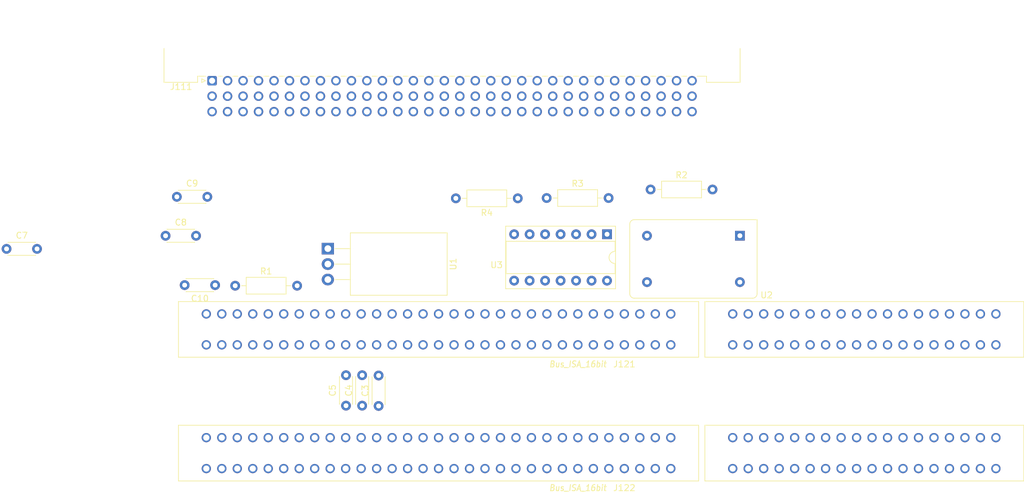
<source format=kicad_pcb>
(kicad_pcb (version 20211014) (generator pcbnew)
  (layers (0 "F.Cu" signal) (31 "B.Cu" signal) (34 "B.Paste" user) (35 "F.Paste" user) (36 "B.SilkS" user "B.Silkscreen") (37 "F.SilkS" user "F.Silkscreen") (38 "B.Mask" user) (39 "F.Mask" user) (44 "Edge.Cuts" user))
  (net 0 "")
  (net 1 "GND")
  (net 2 "/RESET")
  (net 3 "+5V")
  (net 4 "/IRQ2")
  (net 5 "-5V")
  (net 6 "/DRQ2")
  (net 7 "-12V")
  (net 8 "+12V")
  (net 9 "/~{SMEMW}")
  (net 10 "/~{SMEMR}")
  (net 11 "/~{IOW}")
  (net 12 "/~{IOR}")
  (net 13 "/~{DACK3}")
  (net 14 "/DRQ3")
  (net 15 "/~{DACK1}")
  (net 16 "/DRQ1")
  (net 17 "/~{REFRESH}")
  (net 18 "/CLK")
  (net 19 "/IRQ7")
  (net 20 "/IRQ6")
  (net 21 "/IRQ5")
  (net 22 "/IRQ4")
  (net 23 "/IRQ3")
  (net 24 "/~{DACK2}")
  (net 25 "/TC")
  (net 26 "/ALE")
  (net 27 "/OSC")
  (net 28 "/IO")
  (net 29 "/DB7")
  (net 30 "/DB6")
  (net 31 "/DB5")
  (net 32 "/DB4")
  (net 33 "/DB3")
  (net 34 "/DB2")
  (net 35 "/DB1")
  (net 36 "/DB0")
  (net 37 "/IO_READY")
  (net 38 "/AEN")
  (net 39 "/BA19")
  (net 40 "/BA18")
  (net 41 "/BA17")
  (net 42 "/BA16")
  (net 43 "/BA15")
  (net 44 "/BA14")
  (net 45 "/BA13")
  (net 46 "/BA12")
  (net 47 "/BA11")
  (net 48 "/BA10")
  (net 49 "/BA09")
  (net 50 "/BA08")
  (net 51 "/BA07")
  (net 52 "/BA06")
  (net 53 "/BA05")
  (net 54 "/BA04")
  (net 55 "/BA03")
  (net 56 "/BA02")
  (net 57 "/BA01")
  (net 58 "/BA00")
  (net 59 "/~{MEMCS16}")
  (net 60 "/~{IOCS16}")
  (net 61 "/IRQ10")
  (net 62 "/IRQ11")
  (net 63 "/IRQ12")
  (net 64 "/IRQ15")
  (net 65 "/IRQ14")
  (net 66 "/~{DACK0}")
  (net 67 "/DRQ0")
  (net 68 "/~{DACK5}")
  (net 69 "/DRQ5")
  (net 70 "/~{DACK6}")
  (net 71 "/DRQ6")
  (net 72 "/~{DACK7}")
  (net 73 "/DRQ7")
  (net 74 "/MASTER")
  (net 75 "/SBHE")
  (net 76 "/LA23")
  (net 77 "/LA22")
  (net 78 "/LA21")
  (net 79 "/LA20")
  (net 80 "/LA19")
  (net 81 "/LA18")
  (net 82 "/LA17")
  (net 83 "/~{MEMR}")
  (net 84 "/~{MEMW}")
  (net 85 "/D8")
  (net 86 "/D9")
  (net 87 "/D10")
  (net 88 "/D11")
  (net 89 "/D12")
  (net 90 "/D13")
  (net 91 "/D14")
  (net 92 "/D15")
  (net 93 "/~{FIRSTMB}")
  (net 94 "Net-(R2-Pad1)")
  (net 95 "/SYSCLK")
  (net 96 "Net-(U2-Pad8)")
  (net 97 "Net-(R4-Pad1)")
  (net 98 "Net-(R3-Pad2)")
  (net 99 "/OWS_N")
  (net 100 "/5v_unfused")
  (net 101 "Net-(C3-Pad1)")
  (net 102 "Net-(C2-Pad2)")
  (footprint "Package_TO_SOT_THT:TO-220-3_Horizontal_TabDown" (layer "F.Cu") (at 77.72 75.16 -90)
    (fp_text reference "U1" (at 2.54 -20.58 90) (layer "F.SilkS"))
    (fp_text value "L7905")
    (pad "" np_thru_hole oval locked (at 2.54 -16.66 270) (size 3.5 3.5) (drill 3.5) (layers *.Cu *.Mask))
    (pad "1" thru_hole rect locked (at 0 0 270) (size 1.905 2) (drill 1.1) (layers *.Cu *.Mask) (net 1 "GND"))
    (pad "2" thru_hole oval locked (at 2.54 0 270) (size 1.905 2) (drill 1.1) (layers *.Cu *.Mask) (net 7 "-12V"))
    (pad "3" thru_hole oval locked (at 5.08 0 270) (size 1.905 2) (drill 1.1) (layers *.Cu *.Mask) (net 102 "Net-(C2-Pad2)"))
  )
  (footprint "Skiselev:Conn_Edge_ISA16" (layer "F.Cu") (at 122.553 108.743 180)
    (fp_text reference "J122" (at -3.81 -5.715) (layer "F.SilkS"))
    (fp_text value "Bus_ISA_16bit" (at 3.81 -5.715) (layer "F.SilkS") (effects (font (size 1 0.9) (thickness 0.15) italic)))
    (pad "1" thru_hole circle locked (at 64.77 -2.54) (size 1.524 1.524) (drill 1.016) (layers *.Cu *.Mask) (net 1 "GND"))
    (pad "2" thru_hole circle locked (at 62.23 -2.54) (size 1.524 1.524) (drill 1.016) (layers *.Cu *.Mask) (net 2 "/RESET"))
    (pad "3" thru_hole circle locked (at 59.69 -2.54) (size 1.524 1.524) (drill 1.016) (layers *.Cu *.Mask) (net 3 "+5V"))
    (pad "4" thru_hole circle locked (at 57.15 -2.54) (size 1.524 1.524) (drill 1.016) (layers *.Cu *.Mask) (net 4 "/IRQ2"))
    (pad "5" thru_hole circle locked (at 54.61 -2.54) (size 1.524 1.524) (drill 1.016) (layers *.Cu *.Mask) (net 5 "-5V"))
    (pad "6" thru_hole circle locked (at 52.07 -2.54) (size 1.524 1.524) (drill 1.016) (layers *.Cu *.Mask) (net 6 "/DRQ2"))
    (pad "7" thru_hole circle locked (at 49.53 -2.54) (size 1.524 1.524) (drill 1.016) (layers *.Cu *.Mask) (net 7 "-12V"))
    (pad "8" thru_hole circle locked (at 46.99 -2.54) (size 1.524 1.524) (drill 1.016) (layers *.Cu *.Mask) (net 99 "/OWS_N"))
    (pad "9" thru_hole circle locked (at 44.45 -2.54) (size 1.524 1.524) (drill 1.016) (layers *.Cu *.Mask) (net 8 "+12V"))
    (pad "10" thru_hole circle locked (at 41.91 -2.54) (size 1.524 1.524) (drill 1.016) (layers *.Cu *.Mask) (net 1 "GND"))
    (pad "11" thru_hole circle locked (at 39.37 -2.54) (size 1.524 1.524) (drill 1.016) (layers *.Cu *.Mask) (net 9 "/~{SMEMW}"))
    (pad "12" thru_hole circle locked (at 36.83 -2.54) (size 1.524 1.524) (drill 1.016) (layers *.Cu *.Mask) (net 10 "/~{SMEMR}"))
    (pad "13" thru_hole circle locked (at 34.29 -2.54) (size 1.524 1.524) (drill 1.016) (layers *.Cu *.Mask) (net 11 "/~{IOW}"))
    (pad "14" thru_hole circle locked (at 31.75 -2.54) (size 1.524 1.524) (drill 1.016) (layers *.Cu *.Mask) (net 12 "/~{IOR}"))
    (pad "15" thru_hole circle locked (at 29.21 -2.54) (size 1.524 1.524) (drill 1.016) (layers *.Cu *.Mask) (net 13 "/~{DACK3}"))
    (pad "16" thru_hole circle locked (at 26.67 -2.54) (size 1.524 1.524) (drill 1.016) (layers *.Cu *.Mask) (net 14 "/DRQ3"))
    (pad "17" thru_hole circle locked (at 24.13 -2.54) (size 1.524 1.524) (drill 1.016) (layers *.Cu *.Mask) (net 15 "/~{DACK1}"))
    (pad "18" thru_hole circle locked (at 21.59 -2.54) (size 1.524 1.524) (drill 1.016) (layers *.Cu *.Mask) (net 16 "/DRQ1"))
    (pad "19" thru_hole circle locked (at 19.05 -2.54) (size 1.524 1.524) (drill 1.016) (layers *.Cu *.Mask) (net 17 "/~{REFRESH}"))
    (pad "20" thru_hole circle locked (at 16.51 -2.54) (size 1.524 1.524) (drill 1.016) (layers *.Cu *.Mask) (net 18 "/CLK"))
    (pad "21" thru_hole circle locked (at 13.97 -2.54) (size 1.524 1.524) (drill 1.016) (layers *.Cu *.Mask) (net 19 "/IRQ7"))
    (pad "22" thru_hole circle locked (at 11.43 -2.54) (size 1.524 1.524) (drill 1.016) (layers *.Cu *.Mask) (net 20 "/IRQ6"))
    (pad "23" thru_hole circle locked (at 8.89 -2.54) (size 1.524 1.524) (drill 1.016) (layers *.Cu *.Mask) (net 21 "/IRQ5"))
    (pad "24" thru_hole circle locked (at 6.35 -2.54) (size 1.524 1.524) (drill 1.016) (layers *.Cu *.Mask) (net 22 "/IRQ4"))
    (pad "25" thru_hole circle locked (at 3.81 -2.54) (size 1.524 1.524) (drill 1.016) (layers *.Cu *.Mask) (net 23 "/IRQ3"))
    (pad "26" thru_hole circle locked (at 1.27 -2.54) (size 1.524 1.524) (drill 1.016) (layers *.Cu *.Mask) (net 24 "/~{DACK2}"))
    (pad "27" thru_hole circle locked (at -1.27 -2.54) (size 1.524 1.524) (drill 1.016) (layers *.Cu *.Mask) (net 25 "/TC"))
    (pad "28" thru_hole circle locked (at -3.81 -2.54) (size 1.524 1.524) (drill 1.016) (layers *.Cu *.Mask) (net 26 "/ALE"))
    (pad "29" thru_hole circle locked (at -6.35 -2.54) (size 1.524 1.524) (drill 1.016) (layers *.Cu *.Mask) (net 3 "+5V"))
    (pad "30" thru_hole circle locked (at -8.89 -2.54) (size 1.524 1.524) (drill 1.016) (layers *.Cu *.Mask) (net 27 "/OSC"))
    (pad "31" thru_hole circle locked (at -11.43 -2.54) (size 1.524 1.524) (drill 1.016) (layers *.Cu *.Mask) (net 1 "GND"))
    (pad "32" thru_hole circle locked (at 64.77 2.54) (size 1.524 1.524) (drill 1.016) (layers *.Cu *.Mask) (net 28 "/IO"))
    (pad "33" thru_hole circle locked (at 62.23 2.54) (size 1.524 1.524) (drill 1.016) (layers *.Cu *.Mask) (net 29 "/DB7"))
    (pad "34" thru_hole circle locked (at 59.69 2.54) (size 1.524 1.524) (drill 1.016) (layers *.Cu *.Mask) (net 30 "/DB6"))
    (pad "35" thru_hole circle locked (at 57.15 2.54) (size 1.524 1.524) (drill 1.016) (layers *.Cu *.Mask) (net 31 "/DB5"))
    (pad "36" thru_hole circle locked (at 54.61 2.54) (size 1.524 1.524) (drill 1.016) (layers *.Cu *.Mask) (net 32 "/DB4"))
    (pad "37" thru_hole circle locked (at 52.07 2.54) (size 1.524 1.524) (drill 1.016) (layers *.Cu *.Mask) (net 33 "/DB3"))
    (pad "38" thru_hole circle locked (at 49.53 2.54) (size 1.524 1.524) (drill 1.016) (layers *.Cu *.Mask) (net 34 "/DB2"))
    (pad "39" thru_hole circle locked (at 46.99 2.54) (size 1.524 1.524) (drill 1.016) (layers *.Cu *.Mask) (net 35 "/DB1"))
    (pad "40" thru_hole circle locked (at 44.45 2.54) (size 1.524 1.524) (drill 1.016) (layers *.Cu *.Mask) (net 36 "/DB0"))
    (pad "41" thru_hole circle locked (at 41.91 2.54) (size 1.524 1.524) (drill 1.016) (layers *.Cu *.Mask) (net 37 "/IO_READY"))
    (pad "42" thru_hole circle locked (at 39.37 2.54) (size 1.524 1.524) (drill 1.016) (layers *.Cu *.Mask) (net 38 "/AEN"))
    (pad "43" thru_hole circle locked (at 36.83 2.54) (size 1.524 1.524) (drill 1.016) (layers *.Cu *.Mask) (net 39 "/BA19"))
    (pad "44" thru_hole circle locked (at 34.29 2.54) (size 1.524 1.524) (drill 1.016) (layers *.Cu *.Mask) (net 40 "/BA18"))
    (pad "45" thru_hole circle locked (at 31.75 2.54) (size 1.524 1.524) (drill 1.016) (layers *.Cu *.Mask) (net 41 "/BA17"))
    (pad "46" thru_hole circle locked (at 29.21 2.54) (size 1.524 1.524) (drill 1.016) (layers *.Cu *.Mask) (net 42 "/BA16"))
    (pad "47" thru_hole circle locked (at 26.67 2.54) (size 1.524 1.524) (drill 1.016) (layers *.Cu *.Mask) (net 43 "/BA15"))
    (pad "48" thru_hole circle locked (at 24.13 2.54) (size 1.524 1.524) (drill 1.016) (layers *.Cu *.Mask) (net 44 "/BA14"))
    (pad "49" thru_hole circle locked (at 21.59 2.54) (size 1.524 1.524) (drill 1.016) (layers *.Cu *.Mask) (net 45 "/BA13"))
    (pad "50" thru_hole circle locked (at 19.05 2.54) (size 1.524 1.524) (drill 1.016) (layers *.Cu *.Mask) (net 46 "/BA12"))
    (pad "51" thru_hole circle locked (at 16.51 2.54) (size 1.524 1.524) (drill 1.016) (layers *.Cu *.Mask) (net 47 "/BA11"))
    (pad "52" thru_hole circle locked (at 13.97 2.54) (size 1.524 1.524) (drill 1.016) (layers *.Cu *.Mask) (net 48 "/BA10"))
    (pad "53" thru_hole circle locked (at 11.43 2.54) (size 1.524 1.524) (drill 1.016) (layers *.Cu *.Mask) (net 49 "/BA09"))
    (pad "54" thru_hole circle locked (at 8.89 2.54) (size 1.524 1.524) (drill 1.016) (layers *.Cu *.Mask) (net 50 "/BA08"))
    (pad "55" thru_hole circle locked (at 6.35 2.54) (size 1.524 1.524) (drill 1.016) (layers *.Cu *.Mask) (net 51 "/BA07"))
    (pad "56" thru_hole circle locked (at 3.81 2.54) (size 1.524 1.524) (drill 1.016) (layers *.Cu *.Mask) (net 52 "/BA06"))
    (pad "57" thru_hole circle locked (at 1.27 2.54) (size 1.524 1.524) (drill 1.016) (layers *.Cu *.Mask) (net 53 "/BA05"))
    (pad "58" thru_hole circle locked (at -1.27 2.54) (size 1.524 1.524) (drill 1.016) (layers *.Cu *.Mask) (net 54 "/BA04"))
    (pad "59" thru_hole circle locked (at -3.81 2.54) (size 1.524 1.524) (drill 1.016) (layers *.Cu *.Mask) (net 55 "/BA03"))
    (pad "60" thru_hole circle locked (at -6.35 2.54) (size 1.524 1.524) (drill 1.016) (layers *.Cu *.Mask) (net 56 "/BA02"))
    (pad "61" thru_hole circle locked (at -8.89 2.54) (size 1.524 1.524) (drill 1.016) (layers *.Cu *.Mask) (net 57 "/BA01"))
    (pad "62" thru_hole circle locked (at -11.43 2.54) (size 1.524 1.524) (drill 1.016) (layers *.Cu *.Mask) (net 58 "/BA00"))
    (pad "63" thru_hole circle locked (at -21.59 -2.54) (size 1.524 1.524) (drill 1.016) (layers *.Cu *.Mask) (net 59 "/~{MEMCS16}"))
    (pad "64" thru_hole circle locked (at -24.13 -2.54) (size 1.524 1.524) (drill 1.016) (layers *.Cu *.Mask) (net 60 "/~{IOCS16}"))
    (pad "65" thru_hole circle locked (at -26.67 -2.54) (size 1.524 1.524) (drill 1.016) (layers *.Cu *.Mask) (net 61 "/IRQ10"))
    (pad "66" thru_hole circle locked (at -29.21 -2.54) (size 1.524 1.524) (drill 1.016) (layers *.Cu *.Mask) (net 62 "/IRQ11"))
    (pad "67" thru_hole circle locked (at -31.75 -2.54) (size 1.524 1.524) (drill 1.016) (layers *.Cu *.Mask) (net 63 "/IRQ12"))
    (pad "68" thru_hole circle locked (at -34.29 -2.54) (size 1.524 1.524) (drill 1.016) (layers *.Cu *.Mask) (net 64 "/IRQ15"))
    (pad "69" thru_hole circle locked (at -36.83 -2.54) (size 1.524 1.524) (drill 1.016) (layers *.Cu *.Mask) (net 65 "/IRQ14"))
    (pad "70" thru_hole circle locked (at -39.37 -2.54) (size 1.524 1.524) (drill 1.016) (layers *.Cu *.Mask) (net 66 "/~{DACK0}"))
    (pad "71" thru_hole circle locked (at -41.91 -2.54) (size 1.524 1.524) (drill 1.016) (layers *.Cu *.Mask) (net 67 "/DRQ0"))
    (pad "72" thru_hole circle locked (at -44.45 -2.54) (size 1.524 1.524) (drill 1.016) (layers *.Cu *.Mask) (net 68 "/~{DACK5}"))
    (pad "73" thru_hole circle locked (at -46.99 -2.54) (size 1.524 1.524) (drill 1.016) (layers *.Cu *.Mask) (net 69 "/DRQ5"))
    (pad "74" thru_hole circle locked (at -49.53 -2.54) (size 1.524 1.524) (drill 1.016) (layers *.Cu *.Mask) (net 70 "/~{DACK6}"))
    (pad "75" thru_hole circle locked (at -52.07 -2.54) (size 1.524 1.524) (drill 1.016) (layers *.Cu *.Mask) (net 71 "/DRQ6"))
    (pad "76" thru_hole circle locked (at -54.61 -2.54) (size 1.524 1.524) (drill 1.016) (layers *.Cu *.Mask) (net 72 "/~{DACK7}"))
    (pad "77" thru_hole circle locked (at -57.15 -2.54) (size 1.524 1.524) (drill 1.016) (layers *.Cu *.Mask) (net 73 "/DRQ7"))
    (pad "78" thru_hole circle locked (at -59.69 -2.54) (size 1.524 1.524) (drill 1.016) (layers *.Cu *.Mask) (net 3 "+5V"))
    (pad "79" thru_hole circle locked (at -62.23 -2.54) (size 1.524 1.524) (drill 1.016) (layers *.Cu *.Mask) (net 74 "/MASTER"))
    (pad "80" thru_hole circle locked (at -64.77 -2.54) (size 1.524 1.524) (drill 1.016) (layers *.Cu *.Mask) (net 1 "GND"))
    (pad "81" thru_hole circle locked (at -21.59 2.54) (size 1.524 1.524) (drill 1.016) (layers *.Cu *.Mask) (net 75 "/SBHE"))
    (pad "82" thru_hole circle locked (at -24.13 2.54) (size 1.524 1.524) (drill 1.016) (layers *.Cu *.Mask) (net 76 "/LA23"))
    (pad "83" thru_hole circle locked (at -26.67 2.54) (size 1.524 1.524) (drill 1.016) (layers *.Cu *.Mask) (net 77 "/LA22"))
    (pad "84" thru_hole circle locked (at -29.21 2.54) (size 1.524 1.524) (drill 1.016) (layers *.Cu *.Mask) (net 78 "/LA21"))
    (pad "85" thru_hole circle locked (at -31.75 2.54) (size 1.524 1.524) (drill 1.016) (layers *.Cu *.Mask) (net 79 "/LA20"))
    (pad "86" thru_hole circle locked (at -34.29 2.54) (size 1.524 1.524) (drill 1.016) (layers *.Cu *.Mask) (net 80 "/LA19"))
    (pad "87" thru_hole circle locked (at -36.83 2.54) (size 1.524 1.524) (drill 1.016) (layers *.Cu *.Mask) (net 81 "/LA18"))
    (pad "88" thru_hole circle locked (at -39.37 2.54) (size 1.524 1.524) (drill 1.016) (layers *.Cu *.Mask) (net 82 "/LA17"))
    (pad "89" thru_hole circle locked (at -41.91 2.54) (size 1.524 1.524) (drill 1.016) (layers *.Cu *.Mask) (net 83 "/~{MEMR}"))
    (pad "90" thru_hole circle locked (at -44.45 2.54) (size 1.524 1.524) (drill 1.016) (layers *.Cu *.Mask) (net 84 "/~{MEMW}"))
    (pad "91" thru_hole circle locked (at -46.99 2.54) (size 1.524 1.524) (drill 1.016) (layers *.Cu *.Mask) (net 85 "/D8"))
    (pad "92" thru_hole circle locked (at -49.53 2.54) (size 1.524 1.524) (drill 1.016) (layers *.Cu *.Mask) (net 86 "/D9"))
    (pad "93" thru_hole circle locked (at -52.07 2.54) (size 1.524 1.524) (drill 1.016) (layers *.Cu *.Mask) (net 87 "/D10"))
    (pad "94" thru_hole circle locked (at -54.61 2.54) (size 1.524 1.524) (drill 1.016) (layers *.Cu *.Mask) (net 88 "/D11"))
    (pad "95" thru_hole circle locked (at -57.15 2.54) (size 1.524 1.524) (drill 1.016) (layers *.Cu *.Mask) (net 89 "/D12"))
    (pad "96" thru_hole circle locked (at -59.69 2.54) (size 1.524 1.524) (drill 1.016) (layers *.Cu *.Mask) (net 90 "/D13"))
    (pad "97" thru_hole circle locked (at -62.23 2.54) (size 1.524 1.524) (drill 1.016) (layers *.Cu *.Mask) (net 91 "/D14"))
    (pad "98" thru_hole circle locked (at -64.77 2.54) (size 1.524 1.524) (drill 1.016) (layers *.Cu *.Mask) (net 92 "/D15"))
  )
  (footprint "Oscillator:Oscillator_DIP-14" (layer "F.Cu") (at 145.32 73.04 180)
    (fp_text reference "U2" (at -4.38 -9.76) (layer "F.SilkS"))
    (fp_text value "CXO_DIP14")
    (pad "1" thru_hole rect locked (at 0 0 180) (size 1.6 1.6) (drill 0.8) (layers *.Cu *.Mask) (net 3 "+5V"))
    (pad "7" thru_hole circle locked (at 15.24 0 180) (size 1.6 1.6) (drill 0.8) (layers *.Cu *.Mask) (net 1 "GND"))
    (pad "8" thru_hole circle locked (at 15.24 -7.62 180) (size 1.6 1.6) (drill 0.8) (layers *.Cu *.Mask) (net 96 "Net-(U2-Pad8)"))
    (pad "14" thru_hole circle locked (at 0 -7.62 180) (size 1.6 1.6) (drill 0.8) (layers *.Cu *.Mask) (net 3 "+5V"))
  )
  (footprint "Connector_DIN:DIN41612_R_3x32_Male_Horizontal_THT" (layer "F.Cu") (at 58.73 47.585)
    (fp_text reference "J111" (at -5.08 1) (layer "F.SilkS"))
    (fp_text value "DIN41612_96abc")
    (pad "" np_thru_hole circle locked (at 83.82 -2.54) (size 2.85 2.85) (drill 2.85) (layers *.Cu *.Mask))
    (pad "" np_thru_hole circle locked (at -5.08 -2.54) (size 2.85 2.85) (drill 2.85) (layers *.Cu *.Mask))
    (pad "a1" thru_hole roundrect locked (at 0 0) (size 1.55 1.55) (drill 1) (layers *.Cu *.Mask) (roundrect_rratio 0.16129) (net 29 "/DB7"))
    (pad "a2" thru_hole circle locked (at 2.54 0) (size 1.55 1.55) (drill 1) (layers *.Cu *.Mask) (net 100 "/5v_unfused"))
    (pad "a3" thru_hole circle locked (at 5.08 0) (size 1.55 1.55) (drill 1) (layers *.Cu *.Mask) (net 32 "/DB4"))
    (pad "a4" thru_hole circle locked (at 7.62 0) (size 1.55 1.55) (drill 1) (layers *.Cu *.Mask) (net 6 "/DRQ2"))
    (pad "a5" thru_hole circle locked (at 10.16 0) (size 1.55 1.55) (drill 1) (layers *.Cu *.Mask) (net 35 "/DB1"))
    (pad "a6" thru_hole circle locked (at 12.7 0) (size 1.55 1.55) (drill 1) (layers *.Cu *.Mask) (net 8 "+12V"))
    (pad "a7" thru_hole circle locked (at 15.24 0) (size 1.55 1.55) (drill 1) (layers *.Cu *.Mask) (net 38 "/AEN"))
    (pad "a8" thru_hole circle locked (at 17.78 0) (size 1.55 1.55) (drill 1) (layers *.Cu *.Mask) (net 100 "/5v_unfused"))
    (pad "a9" thru_hole circle locked (at 20.32 0) (size 1.55 1.55) (drill 1) (layers *.Cu *.Mask) (net 41 "/BA17"))
    (pad "a10" thru_hole circle locked (at 22.86 0) (size 1.55 1.55) (drill 1) (layers *.Cu *.Mask) (net 13 "/~{DACK3}"))
    (pad "a11" thru_hole circle locked (at 25.4 0) (size 1.55 1.55) (drill 1) (layers *.Cu *.Mask) (net 44 "/BA14"))
    (pad "a12" thru_hole circle locked (at 27.94 0) (size 1.55 1.55) (drill 1) (layers *.Cu *.Mask) (net 16 "/DRQ1"))
    (pad "a13" thru_hole circle locked (at 30.48 0) (size 1.55 1.55) (drill 1) (layers *.Cu *.Mask) (net 47 "/BA11"))
    (pad "a14" thru_hole circle locked (at 33.02 0) (size 1.55 1.55) (drill 1) (layers *.Cu *.Mask) (net 19 "/IRQ7"))
    (pad "a15" thru_hole circle locked (at 35.56 0) (size 1.55 1.55) (drill 1) (layers *.Cu *.Mask) (net 50 "/BA08"))
    (pad "a16" thru_hole circle locked (at 38.1 0) (size 1.55 1.55) (drill 1) (layers *.Cu *.Mask) (net 22 "/IRQ4"))
    (pad "a17" thru_hole circle locked (at 40.64 0) (size 1.55 1.55) (drill 1) (layers *.Cu *.Mask) (net 53 "/BA05"))
    (pad "a18" thru_hole circle locked (at 43.18 0) (size 1.55 1.55) (drill 1) (layers *.Cu *.Mask) (net 25 "/TC"))
    (pad "a19" thru_hole circle locked (at 45.72 0) (size 1.55 1.55) (drill 1) (layers *.Cu *.Mask) (net 56 "/BA02"))
    (pad "a20" thru_hole circle locked (at 48.26 0) (size 1.55 1.55) (drill 1) (layers *.Cu *.Mask) (net 8 "+12V"))
    (pad "a21" thru_hole circle locked (at 50.8 0) (size 1.55 1.55) (drill 1) (layers *.Cu *.Mask) (net 75 "/SBHE"))
    (pad "a22" thru_hole circle locked (at 53.34 0) (size 1.55 1.55) (drill 1) (layers *.Cu *.Mask) (net 60 "/~{IOCS16}"))
    (pad "a23" thru_hole circle locked (at 55.88 0) (size 1.55 1.55) (drill 1) (layers *.Cu *.Mask) (net 78 "/LA21"))
    (pad "a24" thru_hole circle locked (at 58.42 0) (size 1.55 1.55) (drill 1) (layers *.Cu *.Mask) (net 63 "/IRQ12"))
    (pad "a25" thru_hole circle locked (at 60.96 0) (size 1.55 1.55) (drill 1) (layers *.Cu *.Mask) (net 81 "/LA18"))
    (pad "a26" thru_hole circle locked (at 63.5 0) (size 1.55 1.55) (drill 1) (layers *.Cu *.Mask) (net 66 "/~{DACK0}"))
    (pad "a27" thru_hole circle locked (at 66.04 0) (size 1.55 1.55) (drill 1) (layers *.Cu *.Mask) (net 84 "/~{MEMW}"))
    (pad "a28" thru_hole circle locked (at 68.58 0) (size 1.55 1.55) (drill 1) (layers *.Cu *.Mask) (net 69 "/DRQ5"))
    (pad "a29" thru_hole circle locked (at 71.12 0) (size 1.55 1.55) (drill 1) (layers *.Cu *.Mask) (net 87 "/D10"))
    (pad "a30" thru_hole circle locked (at 73.66 0) (size 1.55 1.55) (drill 1) (layers *.Cu *.Mask) (net 72 "/~{DACK7}"))
    (pad "a31" thru_hole circle locked (at 76.2 0) (size 1.55 1.55) (drill 1) (layers *.Cu *.Mask) (net 90 "/D13"))
    (pad "a32" thru_hole circle locked (at 78.74 0) (size 1.55 1.55) (drill 1) (layers *.Cu *.Mask) (net 92 "/D15"))
    (pad "b1" thru_hole circle locked (at 0 2.54) (size 1.55 1.55) (drill 1) (layers *.Cu *.Mask) (net 1 "GND"))
    (pad "b2" thru_hole circle locked (at 2.54 2.54) (size 1.55 1.55) (drill 1) (layers *.Cu *.Mask) (net 30 "/DB6"))
    (pad "b3" thru_hole circle locked (at 5.08 2.54) (size 1.55 1.55) (drill 1) (layers *.Cu *.Mask) (net 4 "/IRQ2"))
    (pad "b4" thru_hole circle locked (at 7.62 2.54) (size 1.55 1.55) (drill 1) (layers *.Cu *.Mask) (net 33 "/DB3"))
    (pad "b5" thru_hole circle locked (at 10.16 2.54) (size 1.55 1.55) (drill 1) (layers *.Cu *.Mask) (net 7 "-12V"))
    (pad "b6" thru_hole circle locked (at 12.7 2.54) (size 1.55 1.55) (drill 1) (layers *.Cu *.Mask) (net 36 "/DB0"))
    (pad "b7" thru_hole circle locked (at 15.24 2.54) (size 1.55 1.55) (drill 1) (layers *.Cu *.Mask) (net 1 "GND"))
    (pad "b8" thru_hole circle locked (at 17.78 2.54) (size 1.55 1.55) (drill 1) (layers *.Cu *.Mask) (net 39 "/BA19"))
    (pad "b9" thru_hole circle locked (at 20.32 2.54) (size 1.55 1.55) (drill 1) (layers *.Cu *.Mask) (net 11 "/~{IOW}"))
    (pad "b10" thru_hole circle locked (at 22.86 2.54) (size 1.55 1.55) (drill 1) (layers *.Cu *.Mask) (net 42 "/BA16"))
    (pad "b11" thru_hole circle locked (at 25.4 2.54) (size 1.55 1.55) (drill 1) (layers *.Cu *.Mask) (net 14 "/DRQ3"))
    (pad "b12" thru_hole circle locked (at 27.94 2.54) (size 1.55 1.55) (drill 1) (layers *.Cu *.Mask) (net 45 "/BA13"))
    (pad "b13" thru_hole circle locked (at 30.48 2.54) (size 1.55 1.55) (drill 1) (layers *.Cu *.Mask) (net 17 "/~{REFRESH}"))
    (pad "b14" thru_hole circle locked (at 33.02 2.54) (size 1.55 1.55) (drill 1) (layers *.Cu *.Mask) (net 48 "/BA10"))
    (pad "b15" thru_hole circle locked (at 35.56 2.54) (size 1.55 1.55) (drill 1) (layers *.Cu *.Mask) (net 20 "/IRQ6"))
    (pad "b16" thru_hole circle (at 38.1 2.54) (size 1.55 1.55) (drill 1) (layers *.Cu *.Mask) (net 51 "/BA07"))
    (pad "b17" thru_hole circle locked (at 40.64 2.54) (size 1.55 1.55) (drill 1) (layers *.Cu *.Mask) (net 23 "/IRQ3"))
    (pad "b18" thru_hole circle locked (at 43.18 2.54) (size 1.55 1.55) (drill 1) (layers *.Cu *.Mask) (net 54 "/BA04"))
    (pad "b19" thru_hole circle locked (at 45.72 2.54) (size 1.55 1.55) (drill 1) (layers *.Cu *.Mask) (net 26 "/ALE"))
    (pad "b20" thru_hole circle locked (at 48.26 2.54) (size 1.55 1.55) (drill 1) (layers *.Cu *.Mask) (net 57 "/BA01"))
    (pad "b21" thru_hole circle locked (at 50.8 2.54) (size 1.55 1.55) (drill 1) (layers *.Cu *.Mask) (net 1 "GND"))
    (pad "b22" thru_hole circle locked (at 53.34 2.54) (size 1.55 1.55) (drill 1) (layers *.Cu *.Mask) (net 76 "/LA23"))
    (pad "b23" thru_hole circle locked (at 55.88 2.54) (size 1.55 1.55) (drill 1) (layers *.Cu *.Mask) (net 61 "/IRQ10"))
    (pad "b24" thru_hole circle locked (at 58.42 2.54) (size 1.55 1.55) (drill 1) (layers *.Cu *.Mask) (net 79 "/LA20"))
    (pad "b25" thru_hole circle locked (at 60.96 2.54) (size 1.55 1.55) (drill 1) (layers *.Cu *.Mask) (net 64 "/IRQ15"))
    (pad "b26" thru_hole circle locked (at 63.5 2.54) (size 1.55 1.55) (drill 1) (layers *.Cu *.Mask) (net 82 "/LA17"))
    (pad "b27" thru_hole circle locked (at 66.04 2.54) (size 1.55 1.55) (drill 1) (layers *.Cu *.Mask) (net 67 "/DRQ0"))
    (pad "b28" thru_hole circle locked (at 68.58 2.54) (size 1.55 1.55) (drill 1) (layers *.Cu *.Mask) (net 85 "/D8"))
    (pad "b29" thru_hole circle locked (at 71.12 2.54) (size 1.55 1.55) (drill 1) (layers *.Cu *.Mask) (net 70 "/~{DACK6}"))
    (pad "b30" thru_hole circle locked (at 73.66 2.54) (size 1.55 1.55) (drill 1) (layers *.Cu *.Mask) (net 88 "/D11"))
    (pad "b31" thru_hole circle locked (at 76.2 2.54) (size 1.55 1.55) (drill 1) (layers *.Cu *.Mask) (net 73 "/DRQ7"))
    (pad "b32" thru_hole circle locked (at 78.74 2.54) (size 1.55 1.55) (drill 1) (layers *.Cu *.Mask) (net 74 "/MASTER"))
    (pad "c1" thru_hole circle locked (at 0 5.08) (size 1.55 1.55) (drill 1) (layers *.Cu *.Mask) (net 28 "/IO"))
    (pad "c2" thru_hole circle locked (at 2.54 5.08) (size 1.55 1.55) (drill 1) (layers *.Cu *.Mask) (net 2 "/RESET"))
    (pad "c3" thru_hole circle locked (at 5.08 5.08) (size 1.55 1.55) (drill 1) (layers *.Cu *.Mask) (net 31 "/DB5"))
    (pad "c4" thru_hole circle locked (at 7.62 5.08) (size 1.55 1.55) (drill 1) (layers *.Cu *.Mask) (net 1 "GND"))
    (pad "c5" thru_hole circle locked (at 10.16 5.08) (size 1.55 1.55) (drill 1) (layers *.Cu *.Mask) (net 34 "/DB2"))
    (pad "c6" thru_hole circle locked (at 12.7 5.08) (size 1.55 1.55) (drill 1) (layers *.Cu *.Mask) (net 99 "/OWS_N"))
    (pad "c7" thru_hole circle locked (at 15.24 5.08) (size 1.55 1.55) (drill 1) (layers *.Cu *.Mask) (net 37 "/IO_READY"))
    (pad "c8" thru_hole circle locked (at 17.78 5.08) (size 1.55 1.55) (drill 1) (layers *.Cu *.Mask) (net 93 "/~{FIRSTMB}"))
    (pad "c9" thru_hole circle locked (at 20.32 5.08) (size 1.55 1.55) (drill 1) (layers *.Cu *.Mask) (net 40 "/BA18"))
    (pad "c10" thru_hole circle locked (at 22.86 5.08) (size 1.55 1.55) (drill 1) (layers *.Cu *.Mask) (net 12 "/~{IOR}"))
    (pad "c11" thru_hole circle locked (at 25.4 5.08) (size 1.55 1.55) (drill 1) (layers *.Cu *.Mask) (net 43 "/BA15"))
    (pad "c12" thru_hole circle locked (at 27.94 5.08) (size 1.55 1.55) (drill 1) (layers *.Cu *.Mask) (net 15 "/~{DACK1}"))
    (pad "c13" thru_hole circle locked (at 30.48 5.08) (size 1.55 1.55) (drill 1) (layers *.Cu *.Mask) (net 46 "/BA12"))
    (pad "c14" thru_hole circle locked (at 33.02 5.08) (size 1.55 1.55) (drill 1) (layers *.Cu *.Mask) (net 95 "/SYSCLK"))
    (pad "c15" thru_hole circle locked (at 35.56 5.08) (size 1.55 1.55) (drill 1) (layers *.Cu *.Mask) (net 49 "/BA09"))
    (pad "c16" thru_hole circle locked (at 38.1 5.08) (size 1.55 1.55) (drill 1) (layers *.Cu *.Mask) (net 21 "/IRQ5"))
    (pad "c17" thru_hole circle locked (at 40.64 5.08) (size 1.55 1.55) (drill 1) (layers *.Cu *.Mask) (net 52 "/BA06"))
    (pad "c18" thru_hole circle locked (at 43.18 5.08) (size 1.55 1.55) (drill 1) (layers *.Cu *.Mask) (net 24 "/~{DACK2}"))
    (pad "c19" thru_hole circle locked (at 45.72 5.08) (size 1.55 1.55) (drill 1) (layers *.Cu *.Mask) (net 55 "/BA03"))
    (pad "c20" thru_hole circle locked (at 48.26 5.08) (size 1.55 1.55) (drill 1) (layers *.Cu *.Mask) (net 100 "/5v_unfused"))
    (pad "c21" thru_hole circle locked (at 50.8 5.08) (size 1.55 1.55) (drill 1) (layers *.Cu *.Mask) (net 58 "/BA00"))
    (pad "c22" thru_hole circle locked (at 53.34 5.08) (size 1.55 1.55) (drill 1) (layers *.Cu *.Mask) (net 59 "/~{MEMCS16}"))
    (pad "c23" thru_hole circle locked (at 55.88 5.08) (size 1.55 1.55) (drill 1) (layers *.Cu *.Mask) (net 77 "/LA22"))
    (pad "c24" thru_hole circle locked (at 58.42 5.08) (size 1.55 1.55) (drill 1) (layers *.Cu *.Mask) (net 62 "/IRQ11"))
    (pad "c25" thru_hole circle locked (at 60.96 5.08) (size 1.55 1.55) (drill 1) (layers *.Cu *.Mask) (net 80 "/LA19"))
    (pad "c26" thru_hole circle locked (at 63.5 5.08) (size 1.55 1.55) (drill 1) (layers *.Cu *.Mask) (net 65 "/IRQ14"))
    (pad "c27" thru_hole circle locked (at 66.04 5.08) (size 1.55 1.55) (drill 1) (layers *.Cu *.Mask) (net 83 "/~{MEMR}"))
    (pad "c28" thru_hole circle locked (at 68.58 5.08) (size 1.55 1.55) (drill 1) (layers *.Cu *.Mask) (net 68 "/~{DACK5}"))
    (pad "c29" thru_hole circle locked (at 71.12 5.08) (size 1.55 1.55) (drill 1) (layers *.Cu *.Mask) (net 86 "/D9"))
    (pad "c30" thru_hole circle locked (at 73.66 5.08) (size 1.55 1.55) (drill 1) (layers *.Cu *.Mask) (net 71 "/DRQ6"))
    (pad "c31" thru_hole circle locked (at 76.2 5.08) (size 1.55 1.55) (drill 1) (layers *.Cu *.Mask) (net 89 "/D12"))
    (pad "c32" thru_hole circle locked (at 78.74 5.08) (size 1.55 1.55) (drill 1) (layers *.Cu *.Mask) (net 91 "/D14"))
  )
  (footprint "Capacitor_THT:C_Disc_D4.3mm_W1.9mm_P5.00mm" (layer "F.Cu") (at 80.7 100.95 90)
    (fp_text reference "C5" (at 2.5 -2.2 90) (layer "F.SilkS"))
    (fp_text value "100n")
    (pad "1" thru_hole circle locked (at 0 0 90) (size 1.6 1.6) (drill 0.8) (layers *.Cu *.Mask) (net 101 "Net-(C3-Pad1)"))
    (pad "2" thru_hole circle locked (at 5 0 90) (size 1.6 1.6) (drill 0.8) (layers *.Cu *.Mask) (net 1 "GND"))
  )
  (footprint "Capacitor_THT:C_Disc_D4.3mm_W1.9mm_P5.00mm" (layer "F.Cu") (at 59.229 81.153 180)
    (fp_text reference "C10" (at 2.5 -2.2) (layer "F.SilkS"))
    (fp_text value "10n")
    (pad "1" thru_hole circle locked (at 0 0 180) (size 1.6 1.6) (drill 0.8) (layers *.Cu *.Mask) (net 2 "/RESET"))
    (pad "2" thru_hole circle locked (at 5 0 180) (size 1.6 1.6) (drill 0.8) (layers *.Cu *.Mask) (net 1 "GND"))
  )
  (footprint "Resistor_THT:R_Axial_DIN0207_L6.3mm_D2.5mm_P10.16mm_Horizontal" (layer "F.Cu") (at 62.52 81.25)
    (fp_text reference "R1" (at 5.08 -2.37) (layer "F.SilkS"))
    (fp_text value "1k")
    (pad "1" thru_hole circle locked (at 0 0) (size 1.6 1.6) (drill 0.8) (layers *.Cu *.Mask) (net 1 "GND"))
    (pad "2" thru_hole oval locked (at 10.16 0) (size 1.6 1.6) (drill 0.8) (layers *.Cu *.Mask) (net 102 "Net-(C2-Pad2)"))
  )
  (footprint "Package_DIP:DIP-14_W7.62mm_Socket" (layer "F.Cu") (at 123.525 72.8 -90)
    (fp_text reference "U3" (at 5.05 18.125 180) (layer "F.SilkS"))
    (fp_text value "74LS125")
    (pad "1" thru_hole rect locked (at 0 0 270) (size 1.6 1.6) (drill 0.8) (layers *.Cu *.Mask) (net 93 "/~{FIRSTMB}"))
    (pad "2" thru_hole oval locked (at 0 2.54 270) (size 1.6 1.6) (drill 0.8) (layers *.Cu *.Mask) (net 84 "/~{MEMW}"))
    (pad "3" thru_hole oval locked (at 0 5.08 270) (size 1.6 1.6) (drill 0.8) (layers *.Cu *.Mask) (net 9 "/~{SMEMW}"))
    (pad "4" thru_hole oval locked (at 0 7.62 270) (size 1.6 1.6) (drill 0.8) (layers *.Cu *.Mask) (net 93 "/~{FIRSTMB}"))
    (pad "5" thru_hole oval locked (at 0 10.16 270) (size 1.6 1.6) (drill 0.8) (layers *.Cu *.Mask) (net 83 "/~{MEMR}"))
    (pad "6" thru_hole oval locked (at 0 12.7 270) (size 1.6 1.6) (drill 0.8) (layers *.Cu *.Mask) (net 10 "/~{SMEMR}"))
    (pad "7" thru_hole oval locked (at 0 15.24 270) (size 1.6 1.6) (drill 0.8) (layers *.Cu *.Mask) (net 1 "GND"))
    (pad "8" thru_hole oval locked (at 7.62 15.24 270) (size 1.6 1.6) (drill 0.8) (layers *.Cu *.Mask) (net 94 "Net-(R2-Pad1)"))
    (pad "9" thru_hole oval locked (at 7.62 12.7 270) (size 1.6 1.6) (drill 0.8) (layers *.Cu *.Mask) (net 95 "/SYSCLK"))
    (pad "10" thru_hole oval locked (at 7.62 10.16 270) (size 1.6 1.6) (drill 0.8) (layers *.Cu *.Mask) (net 1 "GND"))
    (pad "11" thru_hole oval locked (at 7.62 7.62 270) (size 1.6 1.6) (drill 0.8) (layers *.Cu *.Mask) (net 97 "Net-(R4-Pad1)"))
    (pad "12" thru_hole oval locked (at 7.62 5.08 270) (size 1.6 1.6) (drill 0.8) (layers *.Cu *.Mask) (net 96 "Net-(U2-Pad8)"))
    (pad "13" thru_hole oval locked (at 7.62 2.54 270) (size 1.6 1.6) (drill 0.8) (layers *.Cu *.Mask) (net 98 "Net-(R3-Pad2)"))
    (pad "14" thru_hole oval locked (at 7.62 0 270) (size 1.6 1.6) (drill 0.8) (layers *.Cu *.Mask) (net 3 "+5V"))
  )
  (footprint "Resistor_THT:R_Axial_DIN0207_L6.3mm_D2.5mm_P10.16mm_Horizontal" (layer "F.Cu") (at 113.62 66.85)
    (fp_text reference "R3" (at 5.08 -2.37) (layer "F.SilkS"))
    (fp_text value "150")
    (pad "1" thru_hole circle locked (at 0 0) (size 1.6 1.6) (drill 0.8) (layers *.Cu *.Mask) (net 1 "GND"))
    (pad "2" thru_hole oval locked (at 10.16 0) (size 1.6 1.6) (drill 0.8) (layers *.Cu *.Mask) (net 98 "Net-(R3-Pad2)"))
  )
  (footprint "Capacitor_THT:C_Disc_D4.3mm_W1.9mm_P5.00mm" (layer "F.Cu") (at 51.1 73.05)
    (fp_text reference "C8" (at 2.5 -2.2) (layer "F.SilkS"))
    (fp_text value "100n")
    (pad "1" thru_hole circle locked (at 0 0) (size 1.6 1.6) (drill 0.8) (layers *.Cu *.Mask) (net 101 "Net-(C3-Pad1)"))
    (pad "2" thru_hole circle locked (at 5 0) (size 1.6 1.6) (drill 0.8) (layers *.Cu *.Mask) (net 1 "GND"))
  )
  (footprint "Capacitor_THT:C_Disc_D4.3mm_W1.9mm_P5.00mm" (layer "F.Cu") (at 83.35 100.95 90)
    (fp_text reference "C4" (at 2.5 -2.2 90) (layer "F.SilkS"))
    (fp_text value "100n")
    (pad "1" thru_hole circle locked (at 0 0 90) (size 1.6 1.6) (drill 0.8) (layers *.Cu *.Mask) (net 101 "Net-(C3-Pad1)"))
    (pad "2" thru_hole circle locked (at 5 0 90) (size 1.6 1.6) (drill 0.8) (layers *.Cu *.Mask) (net 1 "GND"))
  )
  (footprint "Capacitor_THT:C_Disc_D4.3mm_W1.9mm_P5.00mm" (layer "F.Cu") (at 52.95 66.65)
    (fp_text reference "C9" (at 2.5 -2.2) (layer "F.SilkS"))
    (fp_text value "100n")
    (pad "1" thru_hole circle locked (at 0 0) (size 1.6 1.6) (drill 0.8) (layers *.Cu *.Mask) (net 101 "Net-(C3-Pad1)"))
    (pad "2" thru_hole circle locked (at 5 0) (size 1.6 1.6) (drill 0.8) (layers *.Cu *.Mask) (net 1 "GND"))
  )
  (footprint "Skiselev:Conn_Edge_ISA16" (layer "F.Cu") (at 122.553 88.423 180)
    (fp_text reference "J121" (at -3.81 -5.715) (layer "F.SilkS"))
    (fp_text value "Bus_ISA_16bit" (at 3.81 -5.715) (layer "F.SilkS") (effects (font (size 1 0.9) (thickness 0.15) italic)))
    (pad "1" thru_hole circle locked (at 64.77 -2.54) (size 1.524 1.524) (drill 1.016) (layers *.Cu *.Mask) (net 1 "GND"))
    (pad "2" thru_hole circle locked (at 62.23 -2.54) (size 1.524 1.524) (drill 1.016) (layers *.Cu *.Mask) (net 2 "/RESET"))
    (pad "3" thru_hole circle locked (at 59.69 -2.54) (size 1.524 1.524) (drill 1.016) (layers *.Cu *.Mask) (net 3 "+5V"))
    (pad "4" thru_hole circle locked (at 57.15 -2.54) (size 1.524 1.524) (drill 1.016) (layers *.Cu *.Mask) (net 4 "/IRQ2"))
    (pad "5" thru_hole circle locked (at 54.61 -2.54) (size 1.524 1.524) (drill 1.016) (layers *.Cu *.Mask) (net 5 "-5V"))
    (pad "6" thru_hole circle locked (at 52.07 -2.54) (size 1.524 1.524) (drill 1.016) (layers *.Cu *.Mask) (net 6 "/DRQ2"))
    (pad "7" thru_hole circle locked (at 49.53 -2.54) (size 1.524 1.524) (drill 1.016) (layers *.Cu *.Mask) (net 7 "-12V"))
    (pad "8" thru_hole circle locked (at 46.99 -2.54) (size 1.524 1.524) (drill 1.016) (layers *.Cu *.Mask) (net 99 "/OWS_N"))
    (pad "9" thru_hole circle locked (at 44.45 -2.54) (size 1.524 1.524) (drill 1.016) (layers *.Cu *.Mask) (net 8 "+12V"))
    (pad "10" thru_hole circle locked (at 41.91 -2.54) (size 1.524 1.524) (drill 1.016) (layers *.Cu *.Mask) (net 1 "GND"))
    (pad "11" thru_hole circle locked (at 39.37 -2.54) (size 1.524 1.524) (drill 1.016) (layers *.Cu *.Mask) (net 9 "/~{SMEMW}"))
    (pad "12" thru_hole circle locked (at 36.83 -2.54) (size 1.524 1.524) (drill 1.016) (layers *.Cu *.Mask) (net 10 "/~{SMEMR}"))
    (pad "13" thru_hole circle locked (at 34.29 -2.54) (size 1.524 1.524) (drill 1.016) (layers *.Cu *.Mask) (net 11 "/~{IOW}"))
    (pad "14" thru_hole circle locked (at 31.75 -2.54) (size 1.524 1.524) (drill 1.016) (layers *.Cu *.Mask) (net 12 "/~{IOR}"))
    (pad "15" thru_hole circle locked (at 29.21 -2.54) (size 1.524 1.524) (drill 1.016) (layers *.Cu *.Mask) (net 13 "/~{DACK3}"))
    (pad "16" thru_hole circle locked (at 26.67 -2.54) (size 1.524 1.524) (drill 1.016) (layers *.Cu *.Mask) (net 14 "/DRQ3"))
    (pad "17" thru_hole circle locked (at 24.13 -2.54) (size 1.524 1.524) (drill 1.016) (layers *.Cu *.Mask) (net 15 "/~{DACK1}"))
    (pad "18" thru_hole circle locked (at 21.59 -2.54) (size 1.524 1.524) (drill 1.016) (layers *.Cu *.Mask) (net 16 "/DRQ1"))
    (pad "19" thru_hole circle locked (at 19.05 -2.54) (size 1.524 1.524) (drill 1.016) (layers *.Cu *.Mask) (net 17 "/~{REFRESH}"))
    (pad "20" thru_hole circle locked (at 16.51 -2.54) (size 1.524 1.524) (drill 1.016) (layers *.Cu *.Mask) (net 18 "/CLK"))
    (pad "21" thru_hole circle locked (at 13.97 -2.54) (size 1.524 1.524) (drill 1.016) (layers *.Cu *.Mask) (net 19 "/IRQ7"))
    (pad "22" thru_hole circle locked (at 11.43 -2.54) (size 1.524 1.524) (drill 1.016) (layers *.Cu *.Mask) (net 20 "/IRQ6"))
    (pad "23" thru_hole circle locked (at 8.89 -2.54) (size 1.524 1.524) (drill 1.016) (layers *.Cu *.Mask) (net 21 "/IRQ5"))
    (pad "24" thru_hole circle locked (at 6.35 -2.54) (size 1.524 1.524) (drill 1.016) (layers *.Cu *.Mask) (net 22 "/IRQ4"))
    (pad "25" thru_hole circle locked (at 3.81 -2.54) (size 1.524 1.524) (drill 1.016) (layers *.Cu *.Mask) (net 23 "/IRQ3"))
    (pad "26" thru_hole circle locked (at 1.27 -2.54) (size 1.524 1.524) (drill 1.016) (layers *.Cu *.Mask) (net 24 "/~{DACK2}"))
    (pad "27" thru_hole circle locked (at -1.27 -2.54) (size 1.524 1.524) (drill 1.016) (layers *.Cu *.Mask) (net 25 "/TC"))
    (pad "28" thru_hole circle locked (at -3.81 -2.54) (size 1.524 1.524) (drill 1.016) (layers *.Cu *.Mask) (net 26 "/ALE"))
    (pad "29" thru_hole circle locked (at -6.35 -2.54) (size 1.524 1.524) (drill 1.016) (layers *.Cu *.Mask) (net 3 "+5V"))
    (pad "30" thru_hole circle locked (at -8.89 -2.54) (size 1.524 1.524) (drill 1.016) (layers *.Cu *.Mask) (net 27 "/OSC"))
    (pad "31" thru_hole circle locked (at -11.43 -2.54) (size 1.524 1.524) (drill 1.016) (layers *.Cu *.Mask) (net 1 "GND"))
    (pad "32" thru_hole circle locked (at 64.77 2.54) (size 1.524 1.524) (drill 1.016) (layers *.Cu *.Mask) (net 28 "/IO"))
    (pad "33" thru_hole circle locked (at 62.23 2.54) (size 1.524 1.524) (drill 1.016) (layers *.Cu *.Mask) (net 29 "/DB7"))
    (pad "34" thru_hole circle locked (at 59.69 2.54) (size 1.524 1.524) (drill 1.016) (layers *.Cu *.Mask) (net 30 "/DB6"))
    (pad "35" thru_hole circle locked (at 57.15 2.54) (size 1.524 1.524) (drill 1.016) (layers *.Cu *.Mask) (net 31 "/DB5"))
    (pad "36" thru_hole circle locked (at 54.61 2.54) (size 1.524 1.524) (drill 1.016) (layers *.Cu *.Mask) (net 32 "/DB4"))
    (pad "37" thru_hole circle locked (at 52.07 2.54) (size 1.524 1.524) (drill 1.016) (layers *.Cu *.Mask) (net 33 "/DB3"))
    (pad "38" thru_hole circle locked (at 49.53 2.54) (size 1.524 1.524) (drill 1.016) (layers *.Cu *.Mask) (net 34 "/DB2"))
    (pad "39" thru_hole circle locked (at 46.99 2.54) (size 1.524 1.524) (drill 1.016) (layers *.Cu *.Mask) (net 35 "/DB1"))
    (pad "40" thru_hole circle locked (at 44.45 2.54) (size 1.524 1.524) (drill 1.016) (layers *.Cu *.Mask) (net 36 "/DB0"))
    (pad "41" thru_hole circle locked (at 41.91 2.54) (size 1.524 1.524) (drill 1.016) (layers *.Cu *.Mask) (net 37 "/IO_READY"))
    (pad "42" thru_hole circle locked (at 39.37 2.54) (size 1.524 1.524) (drill 1.016) (layers *.Cu *.Mask) (net 38 "/AEN"))
    (pad "43" thru_hole circle locked (at 36.83 2.54) (size 1.524 1.524) (drill 1.016) (layers *.Cu *.Mask) (net 39 "/BA19"))
    (pad "44" thru_hole circle locked (at 34.29 2.54) (size 1.524 1.524) (drill 1.016) (layers *.Cu *.Mask) (net 40 "/BA18"))
    (pad "45" thru_hole circle locked (at 31.75 2.54) (size 1.524 1.524) (drill 1.016) (layers *.Cu *.Mask) (net 41 "/BA17"))
    (pad "46" thru_hole circle locked (at 29.21 2.54) (size 1.524 1.524) (drill 1.016) (layers *.Cu *.Mask) (net 42 "/BA16"))
    (pad "47" thru_hole circle locked (at 26.67 2.54) (size 1.524 1.524) (drill 1.016) (layers *.Cu *.Mask) (net 43 "/BA15"))
    (pad "48" thru_hole circle locked (at 24.13 2.54) (size 1.524 1.524) (drill 1.016) (layers *.Cu *.Mask) (net 44 "/BA14"))
    (pad "49" thru_hole circle locked (at 21.59 2.54) (size 1.524 1.524) (drill 1.016) (layers *.Cu *.Mask) (net 45 "/BA13"))
    (pad "50" thru_hole circle locked (at 19.05 2.54) (size 1.524 1.524) (drill 1.016) (layers *.Cu *.Mask) (net 46 "/BA12"))
    (pad "51" thru_hole circle locked (at 16.51 2.54) (size 1.524 1.524) (drill 1.016) (layers *.Cu *.Mask) (net 47 "/BA11"))
    (pad "52" thru_hole circle locked (at 13.97 2.54) (size 1.524 1.524) (drill 1.016) (layers *.Cu *.Mask) (net 48 "/BA10"))
    (pad "53" thru_hole circle locked (at 11.43 2.54) (size 1.524 1.524) (drill 1.016) (layers *.Cu *.Mask) (net 49 "/BA09"))
    (pad "54" thru_hole circle locked (at 8.89 2.54) (size 1.524 1.524) (drill 1.016) (layers *.Cu *.Mask) (net 50 "/BA08"))
    (pad "55" thru_hole circle locked (at 6.35 2.54) (size 1.524 1.524) (drill 1.016) (layers *.Cu *.Mask) (net 51 "/BA07"))
    (pad "56" thru_hole circle locked (at 3.81 2.54) (size 1.524 1.524) (drill 1.016) (layers *.Cu *.Mask) (net 52 "/BA06"))
    (pad "57" thru_hole circle locked (at 1.27 2.54) (size 1.524 1.524) (drill 1.016) (layers *.Cu *.Mask) (net 53 "/BA05"))
    (pad "58" thru_hole circle locked (at -1.27 2.54) (size 1.524 1.524) (drill 1.016) (layers *.Cu *.Mask) (net 54 "/BA04"))
    (pad "59" thru_hole circle locked (at -3.81 2.54) (size 1.524 1.524) (drill 1.016) (layers *.Cu *.Mask) (net 55 "/BA03"))
    (pad "60" thru_hole circle locked (at -6.35 2.54) (size 1.524 1.524) (drill 1.016) (layers *.Cu *.Mask) (net 56 "/BA02"))
    (pad "61" thru_hole circle locked (at -8.89 2.54) (size 1.524 1.524) (drill 1.016) (layers *.Cu *.Mask) (net 57 "/BA01"))
    (pad "62" thru_hole circle locked (at -11.43 2.54) (size 1.524 1.524) (drill 1.016) (layers *.Cu *.Mask) (net 58 "/BA00"))
    (pad "63" thru_hole circle locked (at -21.59 -2.54) (size 1.524 1.524) (drill 1.016) (layers *.Cu *.Mask) (net 59 "/~{MEMCS16}"))
    (pad "64" thru_hole circle locked (at -24.13 -2.54) (size 1.524 1.524) (drill 1.016) (layers *.Cu *.Mask) (net 60 "/~{IOCS16}"))
    (pad "65" thru_hole circle locked (at -26.67 -2.54) (size 1.524 1.524) (drill 1.016) (layers *.Cu *.Mask) (net 61 "/IRQ10"))
    (pad "66" thru_hole circle locked (at -29.21 -2.54) (size 1.524 1.524) (drill 1.016) (layers *.Cu *.Mask) (net 62 "/IRQ11"))
    (pad "67" thru_hole circle locked (at -31.75 -2.54) (size 1.524 1.524) (drill 1.016) (layers *.Cu *.Mask) (net 63 "/IRQ12"))
    (pad "68" thru_hole circle locked (at -34.29 -2.54) (size 1.524 1.524) (drill 1.016) (layers *.Cu *.Mask) (net 64 "/IRQ15"))
    (pad "69" thru_hole circle locked (at -36.83 -2.54) (size 1.524 1.524) (drill 1.016) (layers *.Cu *.Mask) (net 65 "/IRQ14"))
    (pad "70" thru_hole circle locked (at -39.37 -2.54) (size 1.524 1.524) (drill 1.016) (layers *.Cu *.Mask) (net 66 "/~{DACK0}"))
    (pad "71" thru_hole circle locked (at -41.91 -2.54) (size 1.524 1.524) (drill 1.016) (layers *.Cu *.Mask) (net 67 "/DRQ0"))
    (pad "72" thru_hole circle locked (at -44.45 -2.54) (size 1.524 1.524) (drill 1.016) (layers *.Cu *.Mask) (net 68 "/~{DACK5}"))
    (pad "73" thru_hole circle locked (at -46.99 -2.54) (size 1.524 1.524) (drill 1.016) (layers *.Cu *.Mask) (net 69 "/DRQ5"))
    (pad "74" thru_hole circle locked (at -49.53 -2.54) (size 1.524 1.524) (drill 1.016) (layers *.Cu *.Mask) (net 70 "/~{DACK6}"))
    (pad "75" thru_hole circle locked (at -52.07 -2.54) (size 1.524 1.524) (drill 1.016) (layers *.Cu *.Mask) (net 71 "/DRQ6"))
    (pad "76" thru_hole circle locked (at -54.61 -2.54) (size 1.524 1.524) (drill 1.016) (layers *.Cu *.Mask) (net 72 "/~{DACK7}"))
    (pad "77" thru_hole circle locked (at -57.15 -2.54) (size 1.524 1.524) (drill 1.016) (layers *.Cu *.Mask) (net 73 "/DRQ7"))
    (pad "78" thru_hole circle locked (at -59.69 -2.54) (size 1.524 1.524) (drill 1.016) (layers *.Cu *.Mask) (net 3 "+5V"))
    (pad "79" thru_hole circle locked (at -62.23 -2.54) (size 1.524 1.524) (drill 1.016) (layers *.Cu *.Mask) (net 74 "/MASTER"))
    (pad "80" thru_hole circle locked (at -64.77 -2.54) (size 1.524 1.524) (drill 1.016) (layers *.Cu *.Mask) (net 1 "GND"))
    (pad "81" thru_hole circle locked (at -21.59 2.54) (size 1.524 1.524) (drill 1.016) (layers *.Cu *.Mask) (net 75 "/SBHE"))
    (pad "82" thru_hole circle locked (at -24.13 2.54) (size 1.524 1.524) (drill 1.016) (layers *.Cu *.Mask) (net 76 "/LA23"))
    (pad "83" thru_hole circle locked (at -26.67 2.54) (size 1.524 1.524) (drill 1.016) (layers *.Cu *.Mask) (net 77 "/LA22"))
    (pad "84" thru_hole circle locked (at -29.21 2.54) (size 1.524 1.524) (drill 1.016) (layers *.Cu *.Mask) (net 78 "/LA21"))
    (pad "85" thru_hole circle locked (at -31.75 2.54) (size 1.524 1.524) (drill 1.016) (layers *.Cu *.Mask) (net 79 "/LA20"))
    (pad "86" thru_hole circle locked (at -34.29 2.54) (size 1.524 1.524) (drill 1.016) (layers *.Cu *.Mask) (net 80 "/LA19"))
    (pad "87" thru_hole circle locked (at -36.83 2.54) (size 1.524 1.524) (drill 1.016) (layers *.Cu *.Mask) (net 81 "/LA18"))
    (pad "88" thru_hole circle locked (at -39.37 2.54) (size 1.524 1.524) (drill 1.016) (layers *.Cu *.Mask) (net 82 "/LA17"))
    (pad "89" thru_hole circle locked (at -41.91 2.54) (size 1.524 1.524) (drill 1.016) (layers *.Cu *.Mask) (net 83 "/~{MEMR}"))
    (pad "90" thru_hole circle locked (at -44.45 2.54) (size 1.524 1.524) (drill 1.016) (layers *.Cu *.Mask) (net 84 "/~{MEMW}"))
    (pad "91" thru_hole circle locked (at -46.99 2.54) (size 1.524 1.524) (drill 1.016) (layers *.Cu *.Mask) (net 85 "/D8"))
    (pad "92" thru_hole circle locked (at -49.53 2.54) (size 1.524 1.524) (drill 1.016) (layers *.Cu *.Mask) (net 86 "/D9"))
    (pad "93" thru_hole circle locked (at -52.07 2.54) (size 1.524 1.524) (drill 1.016) (layers *.Cu *.Mask) (net 87 "/D10"))
    (pad "94" thru_hole circle locked (at -54.61 2.54) (size 1.524 1.524) (drill 1.016) (layers *.Cu *.Mask) (net 88 "/D11"))
    (pad "95" thru_hole circle locked (at -57.15 2.54) (size 1.524 1.524) (drill 1.016) (layers *.Cu *.Mask) (net 89 "/D12"))
    (pad "96" thru_hole circle locked (at -59.69 2.54) (size 1.524 1.524) (drill 1.016) (layers *.Cu *.Mask) (net 90 "/D13"))
    (pad "97" thru_hole circle locked (at -62.23 2.54) (size 1.524 1.524) (drill 1.016) (layers *.Cu *.Mask) (net 91 "/D14"))
    (pad "98" thru_hole circle locked (at -64.77 2.54) (size 1.524 1.524) (drill 1.016) (layers *.Cu *.Mask) (net 92 "/D15"))
  )
  (footprint "Resistor_THT:R_Axial_DIN0207_L6.3mm_D2.5mm_P10.16mm_Horizontal" (layer "F.Cu") (at 130.67 65.45)
    (fp_text reference "R2" (at 5.08 -2.37) (layer "F.SilkS"))
    (fp_text value "30?")
    (pad "1" thru_hole circle locked (at 0 0) (size 1.6 1.6) (drill 0.8) (layers *.Cu *.Mask) (net 94 "Net-(R2-Pad1)"))
    (pad "2" thru_hole oval locked (at 10.16 0) (size 1.6 1.6) (drill 0.8) (layers *.Cu *.Mask) (net 27 "/OSC"))
  )
  (footprint "Capacitor_THT:C_Disc_D4.3mm_W1.9mm_P5.00mm" (layer "F.Cu") (at 25.01 75.2)
    (fp_text reference "C7" (at 2.5 -2.2) (layer "F.SilkS"))
    (fp_text value "10n")
    (pad "1" thru_hole circle locked (at 0 0) (size 1.6 1.6) (drill 0.8) (layers *.Cu *.Mask) (net 101 "Net-(C3-Pad1)"))
    (pad "2" thru_hole circle locked (at 5 0) (size 1.6 1.6) (drill 0.8) (layers *.Cu *.Mask) (net 1 "GND"))
  )
  (footprint "Resistor_THT:R_Axial_DIN0207_L6.3mm_D2.5mm_P10.16mm_Horizontal" (layer "F.Cu") (at 108.88 66.9 180)
    (fp_text reference "R4" (at 5.08 -2.37) (layer "F.SilkS"))
    (fp_text value "30?")
    (pad "1" thru_hole circle locked (at 0 0 180) (size 1.6 1.6) (drill 0.8) (layers *.Cu *.Mask) (net 97 "Net-(R4-Pad1)"))
    (pad "2" thru_hole oval locked (at 10.16 0 180) (size 1.6 1.6) (drill 0.8) (layers *.Cu *.Mask) (net 18 "/CLK"))
  )
  (footprint "Capacitor_THT:C_Disc_D4.3mm_W1.9mm_P5.00mm" (layer "F.Cu") (at 86.05 101 90)
    (fp_text reference "C3" (at 2.5 -2.2 90) (layer "F.SilkS"))
    (fp_text value "10n")
    (pad "1" thru_hole circle locked (at 0 0 90) (size 1.6 1.6) (drill 0.8) (layers *.Cu *.Mask) (net 101 "Net-(C3-Pad1)"))
    (pad "2" thru_hole circle locked (at 5 0 90) (size 1.6 1.6) (drill 0.8) (layers *.Cu *.Mask) (net 1 "GND"))
  )
)
</source>
